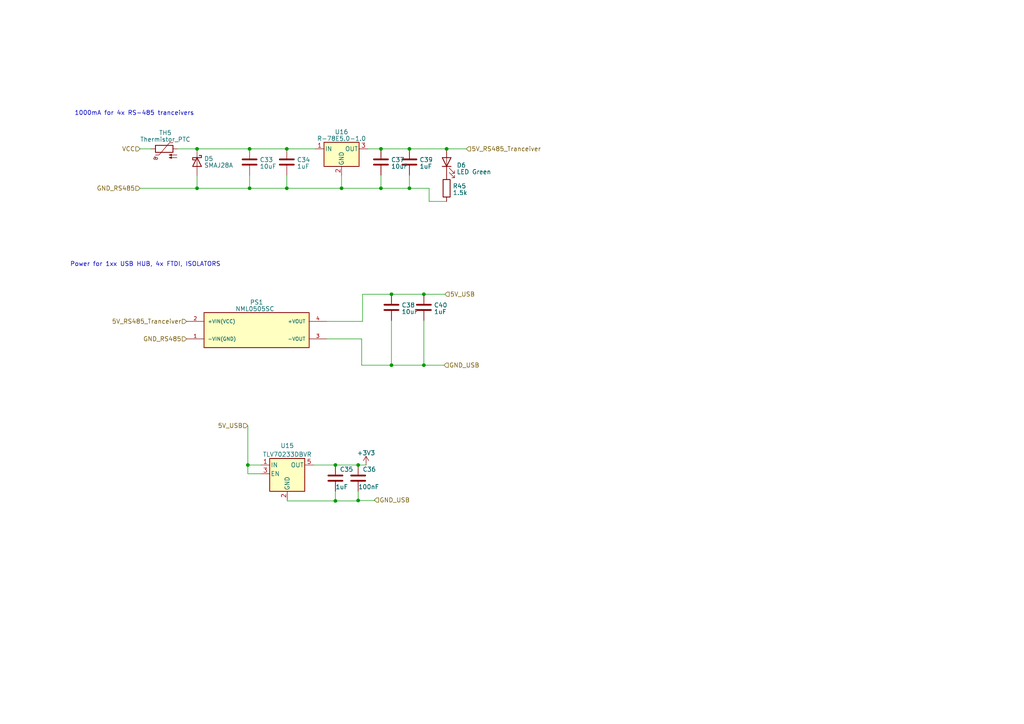
<source format=kicad_sch>
(kicad_sch (version 20230121) (generator eeschema)
  (paper "A4")
  (lib_symbols
    (symbol "Device:C" (pin_numbers hide) (pin_names (offset 0.254))
      (property "Reference" "C" (at 0.635 2.54 0))
      (property "Value" "C" (at 0.635 -2.54 0))
      (symbol "C_0_1"
        (polyline (pts (xy -2.032 -0.762) (xy 2.032 -0.762)) (stroke (width 0.508)))
        (polyline (pts (xy -2.032 0.762) (xy 2.032 0.762)) (stroke (width 0.508)))
      )
      (symbol "C_1_1"
        (pin passive line (at 0 3.81 270) (length 2.794) (name "~") (number "1"))
        (pin passive line (at 0 -3.81 90) (length 2.794) (name "~") (number "2"))
      )
    )
    (symbol "Device:D_Schottky" (pin_numbers hide) (pin_names (offset 1.016) hide)
      (property "Reference" "D" (at 0 2.54 0))
      (property "Value" "D_Schottky" (at 0 -2.54 0))
      (symbol "D_Schottky_0_1"
        (polyline (pts (xy 1.27 0) (xy -1.27 0)))
        (polyline (pts (xy 1.27 1.27) (xy 1.27 -1.27) (xy -1.27 0) (xy 1.27 1.27)) (stroke (width 0.254)))
        (polyline (pts (xy -1.905 0.635) (xy -1.905 1.27) (xy -1.27 1.27) (xy -1.27 -1.27) (xy -0.635 -1.27) (xy -0.635 -0.635)) (stroke (width 0.254)))
      )
      (symbol "D_Schottky_1_1"
        (pin passive line (at -3.81 0 0) (length 2.54) (name "K") (number "1"))
        (pin passive line (at 3.81 0 180) (length 2.54) (name "A") (number "2"))
      )
    )
    (symbol "Device:LED" (pin_numbers hide) (pin_names (offset 1.016) hide)
      (property "Reference" "D" (at 0 2.54 0))
      (property "Value" "LED" (at 0 -2.54 0))
      (symbol "LED_0_1"
        (polyline (pts (xy -1.27 -1.27) (xy -1.27 1.27)) (stroke (width 0.254)))
        (polyline (pts (xy -1.27 0) (xy 1.27 0)))
        (polyline (pts (xy 1.27 -1.27) (xy 1.27 1.27) (xy -1.27 0) (xy 1.27 -1.27)) (stroke (width 0.254)))
        (polyline (pts (xy -3.048 -0.762) (xy -4.572 -2.286) (xy -3.81 -2.286) (xy -4.572 -2.286) (xy -4.572 -1.524)))
        (polyline (pts (xy -1.778 -0.762) (xy -3.302 -2.286) (xy -2.54 -2.286) (xy -3.302 -2.286) (xy -3.302 -1.524)))
      )
      (symbol "LED_1_1"
        (pin passive line (at -3.81 0 0) (length 2.54) (name "K") (number "1"))
        (pin passive line (at 3.81 0 180) (length 2.54) (name "A") (number "2"))
      )
    )
    (symbol "Device:R" (pin_numbers hide) (pin_names (offset 0))
      (property "Reference" "R" (at 2.032 0 90))
      (property "Value" "R" (at 0 0 90))
      (symbol "R_0_1"
        (rectangle (start -1.016 -2.54) (end 1.016 2.54) (stroke (width 0.254)))
      )
      (symbol "R_1_1"
        (pin passive line (at 0 3.81 270) (length 1.27) (name "~") (number "1"))
        (pin passive line (at 0 -3.81 90) (length 1.27) (name "~") (number "2"))
      )
    )
    (symbol "Device:Thermistor_PTC" (pin_numbers hide) (pin_names (offset 0))
      (property "Reference" "TH" (at -4.064 0 90))
      (property "Value" "Thermistor_PTC" (at 3.048 0 90))
      (symbol "Thermistor_PTC_0_1"
        (arc (start -3.048 2.159) (mid -3.0495 2.3143) (end -3.175 2.413))
        (arc (start -3.048 2.159) (mid -2.9736 1.9794) (end -2.794 1.905))
        (arc (start -3.048 2.794) (mid -2.9736 2.6144) (end -2.794 2.54))
        (arc (start -2.794 1.905) (mid -2.6144 1.9794) (end -2.54 2.159))
        (arc (start -2.794 2.54) (mid -2.4393 2.5587) (end -2.159 2.794))
        (arc (start -2.794 3.048) (mid -2.9736 2.9736) (end -3.048 2.794))
        (arc (start -2.54 2.794) (mid -2.6144 2.9736) (end -2.794 3.048))
        (rectangle (start -1.016 2.54) (end 1.016 -2.54) (stroke (width 0.254)))
        (polyline (pts (xy -2.54 2.159) (xy -2.54 2.794)))
        (polyline (pts (xy -1.778 2.54) (xy -1.778 1.524) (xy 1.778 -1.524) (xy 1.778 -2.54)))
        (polyline (pts (xy -2.54 -3.683) (xy -2.54 -1.397) (xy -2.794 -2.159) (xy -2.286 -2.159) (xy -2.54 -1.397) (xy -2.54 -1.651)) (fill (type outline)))
        (polyline (pts (xy -1.778 -3.683) (xy -1.778 -1.397) (xy -2.032 -2.159) (xy -1.524 -2.159) (xy -1.778 -1.397) (xy -1.778 -1.651)) (fill (type outline)))
      )
      (symbol "Thermistor_PTC_1_1"
        (pin passive line (at 0 3.81 270) (length 1.27) (name "~") (number "1"))
        (pin passive line (at 0 -3.81 90) (length 1.27) (name "~") (number "2"))
      )
    )
    (symbol "Regulator_Linear:TLV70230_SOT23-5" (pin_names (offset 0.254))
      (property "Reference" "U" (at -3.81 5.715 0))
      (property "Value" "TLV70230_SOT23-5" (at 0 5.715 0))
      (symbol "TLV70230_SOT23-5_0_1"
        (rectangle (start -5.08 4.445) (end 5.08 -5.08) (stroke (width 0.254)) (fill (type background)))
      )
      (symbol "TLV70230_SOT23-5_1_1"
        (pin power_in line (at -7.62 2.54 0) (length 2.54) (name "IN") (number "1"))
        (pin power_in line (at 0 -7.62 90) (length 2.54) (name "GND") (number "2"))
        (pin input line (at -7.62 0 0) (length 2.54) (name "EN") (number "3"))
        (pin no_connect line (at 5.08 0 180) (length 2.54) hide (name "NC") (number "4"))
        (pin power_out line (at 7.62 2.54 180) (length 2.54) (name "OUT") (number "5"))
      )
    )
    (symbol "Regulator_Switching:R-78E5.0-0.5" (pin_names (offset 0.254))
      (property "Reference" "U" (at -3.81 3.175 0))
      (property "Value" "R-78E5.0-0.5" (at 0 3.175 0))
      (symbol "R-78E5.0-0.5_0_1"
        (rectangle (start -5.08 1.905) (end 5.08 -5.08) (stroke (width 0.254)) (fill (type background)))
      )
      (symbol "R-78E5.0-0.5_1_1"
        (pin power_in line (at -7.62 0 0) (length 2.54) (name "IN") (number "1"))
        (pin power_in line (at 0 -7.62 90) (length 2.54) (name "GND") (number "2"))
        (pin power_out line (at 7.62 0 180) (length 2.54) (name "OUT") (number "3"))
      )
    )
    (symbol "TBA_2-1211:TBA_2-1211" (pin_names (offset 1.016))
      (property "Reference" "PS2" (at 0 8.0899 0))
      (property "Value" "NML0505SC " (at 0 6.1689 0))
      (symbol "TBA_2-1211_0_0"
        (rectangle (start -15.24 -5.08) (end 15.24 5.08) (stroke (width 0.254)) (fill (type background)))
      )
      (symbol "TBA_2-1211_1_0"
        (pin input line (at -20.32 -2.54 0) (length 5.08) (name "-VIN(GND)") (number "1"))
        (pin input line (at -20.32 2.54 0) (length 5.08) (name "+VIN(VCC)") (number "2"))
        (pin output line (at 20.32 -2.54 180) (length 5.08) (name "-VOUT") (number "3"))
        (pin output line (at 20.32 2.54 180) (length 5.08) (name "+VOUT") (number "4"))
      )
    )
    (symbol "power:+3V3" (power) (pin_names (offset 0))
      (property "Value" "+3V3" (at 0 3.556 0))
      (symbol "+3V3_0_1"
        (polyline (pts (xy -0.762 1.27) (xy 0 2.54)))
        (polyline (pts (xy 0 0) (xy 0 2.54)))
        (polyline (pts (xy 0 2.54) (xy 0.762 1.27)))
      )
      (symbol "+3V3_1_1"
        (pin power_in line (at 0 0 90) (length 0) hide (name "+3V3") (number "1"))
      )
    )
  )
  (junction (at 97.282 145.288))
  (junction (at 122.936 85.344))
  (junction (at 122.936 105.918))
  (junction (at 129.54 43.18))
  (junction (at 57.15 43.18))
  (junction (at 118.745 54.61))
  (junction (at 72.39 43.18))
  (junction (at 72.39 54.61))
  (junction (at 110.49 43.18))
  (junction (at 103.886 145.161))
  (junction (at 97.282 134.874))
  (junction (at 83.185 43.18))
  (junction (at 118.745 43.18))
  (junction (at 103.886 134.874))
  (junction (at 71.882 134.874))
  (junction (at 99.06 54.61))
  (junction (at 83.185 54.61))
  (junction (at 113.538 85.344))
  (junction (at 113.538 105.918))
  (junction (at 57.15 54.61))
  (junction (at 110.49 54.61))
  (wire (pts (xy 75.692 134.874) (xy 71.882 134.874)))
  (wire (pts (xy 40.64 43.18) (xy 43.815 43.18)))
  (wire (pts (xy 105.156 85.344) (xy 113.538 85.344)))
  (wire (pts (xy 118.745 54.61) (xy 124.46 54.61)))
  (wire (pts (xy 106.68 43.18) (xy 110.49 43.18)))
  (wire (pts (xy 71.882 134.874) (xy 71.882 123.444)))
  (wire (pts (xy 40.64 54.61) (xy 57.15 54.61)))
  (wire (pts (xy 113.538 105.918) (xy 122.936 105.918)))
  (wire (pts (xy 103.886 145.161) (xy 103.886 145.288)))
  (wire (pts (xy 105.156 85.344) (xy 105.156 93.218)))
  (wire (pts (xy 97.282 134.874) (xy 103.886 134.874)))
  (wire (pts (xy 118.745 54.61) (xy 118.745 50.8)))
  (wire (pts (xy 75.692 137.414) (xy 71.882 137.414)))
  (wire (pts (xy 122.936 85.344) (xy 129.032 85.344)))
  (wire (pts (xy 90.932 134.874) (xy 97.282 134.874)))
  (wire (pts (xy 83.312 145.288) (xy 83.312 145.034)))
  (wire (pts (xy 105.156 93.218) (xy 94.742 93.218)))
  (wire (pts (xy 99.06 54.61) (xy 110.49 54.61)))
  (wire (pts (xy 57.15 54.61) (xy 72.39 54.61)))
  (wire (pts (xy 72.39 54.61) (xy 83.185 54.61)))
  (wire (pts (xy 57.15 43.18) (xy 72.39 43.18)))
  (wire (pts (xy 72.39 43.18) (xy 83.185 43.18)))
  (wire (pts (xy 129.54 43.18) (xy 135.255 43.18)))
  (wire (pts (xy 122.936 92.964) (xy 122.936 105.918)))
  (wire (pts (xy 108.585 145.161) (xy 108.585 145.034)))
  (wire (pts (xy 51.435 43.18) (xy 57.15 43.18)))
  (wire (pts (xy 71.882 137.414) (xy 71.882 134.874)))
  (wire (pts (xy 104.902 105.918) (xy 113.538 105.918)))
  (wire (pts (xy 124.46 54.61) (xy 124.46 58.42)))
  (wire (pts (xy 83.185 43.18) (xy 91.44 43.18)))
  (wire (pts (xy 97.282 145.288) (xy 97.282 142.494)))
  (wire (pts (xy 104.902 105.918) (xy 104.902 98.298)))
  (wire (pts (xy 83.312 145.288) (xy 97.282 145.288)))
  (wire (pts (xy 103.886 134.874) (xy 106.172 134.874)))
  (wire (pts (xy 124.46 58.42) (xy 129.54 58.42)))
  (wire (pts (xy 99.06 54.61) (xy 99.06 50.8)))
  (wire (pts (xy 83.185 54.61) (xy 99.06 54.61)))
  (wire (pts (xy 113.538 92.964) (xy 113.538 105.918)))
  (wire (pts (xy 72.39 50.8) (xy 72.39 54.61)))
  (wire (pts (xy 118.745 43.18) (xy 129.54 43.18)))
  (wire (pts (xy 122.936 105.918) (xy 128.778 105.918)))
  (wire (pts (xy 97.282 145.288) (xy 103.886 145.288)))
  (wire (pts (xy 110.49 43.18) (xy 118.745 43.18)))
  (wire (pts (xy 57.15 50.8) (xy 57.15 54.61)))
  (wire (pts (xy 103.886 145.161) (xy 108.585 145.161)))
  (wire (pts (xy 104.902 98.298) (xy 94.742 98.298)))
  (wire (pts (xy 103.886 142.494) (xy 103.886 145.161)))
  (wire (pts (xy 113.538 85.344) (xy 122.936 85.344)))
  (wire (pts (xy 110.49 54.61) (xy 118.745 54.61)))
  (wire (pts (xy 83.185 50.8) (xy 83.185 54.61)))
  (wire (pts (xy 110.49 54.61) (xy 110.49 50.8)))
  (text "1000mA for 4x RS-485 tranceivers" (at 21.59 33.655 0) (effects (font (size 1.27 1.27)) (justify left bottom)))
  (text "Power for 1xx USB HUB, 4x FTDI, ISOLATORS" (at 20.32 77.47 0) (effects (font (size 1.27 1.27)) (justify left bottom)))
  (hierarchical_label "5V_RS485_Tranceiver" (shape input) (at 135.255 43.18 0))
  (hierarchical_label "GND_USB" (shape input) (at 128.778 105.918 0))
  (hierarchical_label "GND_USB" (shape input) (at 108.585 145.034 0))
  (hierarchical_label "VCC" (shape input) (at 40.64 43.18 180))
  (hierarchical_label "5V_USB" (shape input) (at 71.882 123.444 180))
  (hierarchical_label "5V_RS485_Tranceiver" (shape input) (at 54.102 93.218 180))
  (hierarchical_label "GND_RS485" (shape input) (at 40.64 54.61 180))
  (hierarchical_label "5V_USB" (shape input) (at 129.032 85.344 0))
  (hierarchical_label "GND_RS485" (shape input) (at 54.102 98.298 180))
  (symbol (lib_id "Device:C") (at 97.282 138.684 0) (unit 1)
    (property "Reference" "C35" (at 98.552 136.144 0) (effects (justify left)))
    (property "Value" "1uF" (at 97.282 141.224 0) (effects (justify left)))
    (property "Footprint" "Capacitor_SMD:C_0805_2012Metric" (effects hide))
    (instances (project "RS485USB" (path "" (reference "C35") (unit 1))) (project "RoomBoard_007_MCU" (path "" (reference "C12") (unit 1))))
  )
  (symbol (lib_id "Device:C") (at 72.39 46.99 0) (unit 1)
    (property "Reference" "C33" (at 75.311 46.3463 0) (effects (justify left)))
    (property "Value" "10uF" (at 75.311 48.2673 0) (effects (justify left)))
    (property "Footprint" "Capacitor_SMD:C_1210_3225Metric" (effects hide))
  )
  (symbol (lib_id "Device:LED") (at 129.54 46.99 90) (unit 1)
    (property "Reference" "D6" (at 132.461 47.9338 90) (effects (justify right)))
    (property "Value" "LED Green" (at 132.461 49.8548 90) (effects (justify right)))
    (property "Footprint" "LED_SMD:LED_0805_2012Metric" (effects hide))
  )
  (symbol (lib_id "Device:C") (at 103.886 138.684 0) (unit 1)
    (property "Reference" "C36" (at 105.156 136.144 0) (effects (justify left)))
    (property "Value" "100nF" (at 103.886 141.224 0) (effects (justify left)))
    (property "Footprint" "Capacitor_SMD:C_0805_2012Metric" (effects hide))
    (instances (project "RS485USB" (path "" (reference "C36") (unit 1))) (project "RoomBoard_007_MCU" (path "" (reference "C12") (unit 1))))
  )
  (symbol (lib_id "Device:C") (at 118.745 46.99 0) (unit 1)
    (property "Reference" "C39" (at 121.666 46.3463 0) (effects (justify left)))
    (property "Value" "1uF" (at 121.666 48.2673 0) (effects (justify left)))
    (property "Footprint" "Capacitor_SMD:C_0805_2012Metric" (effects hide))
  )
  (symbol (lib_id "Device:C") (at 83.185 46.99 0) (unit 1)
    (property "Reference" "C34" (at 86.106 46.3463 0) (effects (justify left)))
    (property "Value" "1uF" (at 86.106 48.2673 0) (effects (justify left)))
    (property "Footprint" "Capacitor_SMD:C_0805_2012Metric" (effects hide))
  )
  (symbol (lib_id "Device:C") (at 110.49 46.99 0) (unit 1)
    (property "Reference" "C37" (at 113.411 46.3463 0) (effects (justify left)))
    (property "Value" "10uF" (at 113.411 48.2673 0) (effects (justify left)))
    (property "Footprint" "Capacitor_SMD:C_1210_3225Metric" (effects hide))
  )
  (symbol (lib_id "TBA_2-1211:TBA_2-1211") (at 74.422 95.758 0) (unit 1)
    (property "Reference" "PS1" (at 74.422 87.6681 0))
    (property "Value" "NML0505SC " (at 74.422 89.5891 0))
    (property "Footprint" "MyFootprint:NML0505S" (effects hide))
    (property "MF" "Traco Power" (effects hide))
    (property "MAXIMUM_PACKAGE_HEIGHT" "10.2mm" (effects hide))
    (property "Package" "SIP-7 Traco Power" (effects hide))
    (property "Price" "None" (effects hide))
    (property "Check_prices" "https://www.snapeda.com/parts/TBA%202-1211/Traco+Power/view-part/?ref=eda" (effects hide))
    (property "STANDARD" "Manufacturer Recommendation" (effects hide))
    (property "PARTREV" "April 19, 2021" (effects hide))
    (property "SnapEDA_Link" "https://www.snapeda.com/parts/TBA%202-1211/Traco+Power/view-part/?ref=snap" (effects hide))
    (property "MP" "TBA 2-1211" (effects hide))
    (property "Purchase-URL" "https://www.snapeda.com/api/url_track_click_mouser/?unipart_id=4422746&manufacturer=Traco Power&part_name=TBA 2-1211&search_term=pdme2-s12-s5-s" (effects hide))
    (property "Description" "\nDC-DC Converter; SIP; 2W; Out 1 (Vdc); 5; Out 2 (Vdc); Out 3 (Vdc) | TRACO Power TBA 2-1211\n" (effects hide))
    (property "Availability" "In Stock" (effects hide))
    (property "MANUFACTURER" "Traco Power" (effects hide))
  )
  (symbol (lib_id "Device:C") (at 113.538 89.154 0) (unit 1)
    (property "Reference" "C38" (at 116.459 88.5103 0) (effects (justify left)))
    (property "Value" "10uF" (at 116.459 90.4313 0) (effects (justify left)))
    (property "Footprint" "Capacitor_SMD:C_1210_3225Metric" (effects hide))
  )
  (symbol (lib_id "Device:C") (at 122.936 89.154 0) (unit 1)
    (property "Reference" "C40" (at 125.857 88.5103 0) (effects (justify left)))
    (property "Value" "1uF" (at 125.857 90.4313 0) (effects (justify left)))
    (property "Footprint" "Capacitor_SMD:C_0805_2012Metric" (effects hide))
  )
  (symbol (lib_id "Regulator_Linear:TLV70230_SOT23-5") (at 83.312 137.414 0) (unit 1)
    (property "Reference" "U15" (at 83.312 129.2692 0))
    (property "Value" "TLV70233DBVR" (at 83.312 131.8061 0))
    (property "Footprint" "Package_TO_SOT_SMD:SOT-23-5" (effects hide))
    (property "Datasheet" "http://www.ti.com/lit/ds/symlink/tlv702.pdf" (effects hide))
    (instances (project "RS485USB" (path "" (reference "U15") (unit 1))) (project "RoomBoard_007_MCU" (path "" (reference "U3") (unit 1))))
  )
  (symbol (lib_id "Device:D_Schottky") (at 57.15 46.99 270) (unit 1)
    (property "Reference" "D5" (at 59.182 46.0288 90) (effects (justify left)))
    (property "Value" "SMAJ28A" (at 59.182 47.9498 90) (effects (justify left)))
    (property "Footprint" "Diode_SMD:D_SMA" (effects hide))
  )
  (symbol (lib_id "power:+3V3") (at 106.172 134.874 0) (unit 1)
    (property "Reference" "#PWR0102" (effects hide))
    (property "Value" "+3V3" (at 106.172 131.3721 0))
  )
  (symbol (lib_id "Regulator_Switching:R-78E5.0-0.5") (at 99.06 43.18 0) (unit 1)
    (property "Reference" "U16" (at 99.06 38.2651 0))
    (property "Value" "R-78E5.0-1.0" (at 99.06 40.1861 0))
    (property "Footprint" "Converter_DCDC:Converter_DCDC_RECOM_R-78E-0.5_THT" (effects hide))
    (property "Datasheet" "https://www.recom-power.com/pdf/Innoline/R-78Exx-0.5.pdf" (effects hide))
  )
  (symbol (lib_id "Device:Thermistor_PTC") (at 47.625 43.18 90) (unit 1)
    (property "Reference" "TH5" (at 47.9425 38.5191 90))
    (property "Value" "Thermistor_PTC" (at 47.9425 40.4401 90))
    (property "Footprint" "Resistor_SMD:R_1812_4532Metric" (effects hide))
  )
  (symbol (lib_id "Device:R") (at 129.54 54.61 0) (unit 1)
    (property "Reference" "R45" (at 131.318 53.9663 0) (effects (justify left)))
    (property "Value" "1.5k" (at 131.318 55.8873 0) (effects (justify left)))
    (property "Footprint" "Resistor_SMD:R_0805_2012Metric" (effects hide))
  )
)
</source>
